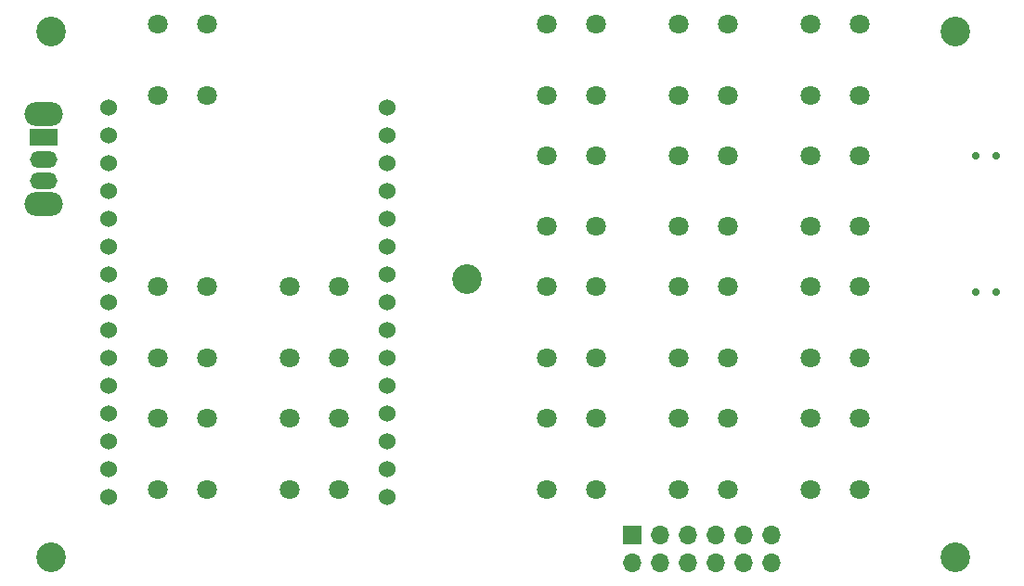
<source format=gbr>
%TF.GenerationSoftware,KiCad,Pcbnew,5.1.12-84ad8e8a86~92~ubuntu20.04.1*%
%TF.CreationDate,2022-04-21T21:58:34+02:00*%
%TF.ProjectId,bkm-15r-mini,626b6d2d-3135-4722-9d6d-696e692e6b69,rev?*%
%TF.SameCoordinates,Original*%
%TF.FileFunction,Soldermask,Bot*%
%TF.FilePolarity,Negative*%
%FSLAX46Y46*%
G04 Gerber Fmt 4.6, Leading zero omitted, Abs format (unit mm)*
G04 Created by KiCad (PCBNEW 5.1.12-84ad8e8a86~92~ubuntu20.04.1) date 2022-04-21 21:58:34*
%MOMM*%
%LPD*%
G01*
G04 APERTURE LIST*
%ADD10R,1.700000X1.700000*%
%ADD11O,1.700000X1.700000*%
%ADD12C,2.700000*%
%ADD13C,1.800000*%
%ADD14C,0.700000*%
%ADD15R,2.500000X1.500000*%
%ADD16O,2.500000X1.500000*%
%ADD17O,3.500000X2.200000*%
%ADD18C,1.524000*%
G04 APERTURE END LIST*
D10*
%TO.C,J301*%
X145500000Y-77000000D03*
D11*
X145500000Y-79540000D03*
X148040000Y-77000000D03*
X148040000Y-79540000D03*
X150580000Y-77000000D03*
X150580000Y-79540000D03*
X153120000Y-77000000D03*
X153120000Y-79540000D03*
X155660000Y-77000000D03*
X155660000Y-79540000D03*
X158200000Y-77000000D03*
X158200000Y-79540000D03*
%TD*%
D12*
%TO.C,H1*%
X92500000Y-31000000D03*
%TD*%
%TO.C,H2*%
X92500000Y-79000000D03*
%TD*%
%TO.C,H3*%
X175000000Y-31000000D03*
%TD*%
%TO.C,H4*%
X175000000Y-79000000D03*
%TD*%
D13*
%TO.C,SW101*%
X161750000Y-30350000D03*
X166250000Y-30350000D03*
X166250000Y-36850000D03*
X161750000Y-36850000D03*
%TD*%
%TO.C,SW102*%
X149750000Y-30350000D03*
X154250000Y-30350000D03*
X154250000Y-36850000D03*
X149750000Y-36850000D03*
%TD*%
%TO.C,SW103*%
X137750000Y-36850000D03*
X142250000Y-36850000D03*
X142250000Y-30350000D03*
X137750000Y-30350000D03*
%TD*%
%TO.C,SW104*%
X161750000Y-48850000D03*
X166250000Y-48850000D03*
X166250000Y-42350000D03*
X161750000Y-42350000D03*
%TD*%
%TO.C,SW105*%
X149750000Y-48850000D03*
X154250000Y-48850000D03*
X154250000Y-42350000D03*
X149750000Y-42350000D03*
%TD*%
%TO.C,SW106*%
X137750000Y-48850000D03*
X142250000Y-48850000D03*
X142250000Y-42350000D03*
X137750000Y-42350000D03*
%TD*%
%TO.C,SW107*%
X161750000Y-60850000D03*
X166250000Y-60850000D03*
X166250000Y-54350000D03*
X161750000Y-54350000D03*
%TD*%
%TO.C,SW108*%
X149750000Y-54350000D03*
X154250000Y-54350000D03*
X154250000Y-60850000D03*
X149750000Y-60850000D03*
%TD*%
%TO.C,SW109*%
X137750000Y-54350000D03*
X142250000Y-54350000D03*
X142250000Y-60850000D03*
X137750000Y-60850000D03*
%TD*%
%TO.C,SW110*%
X161750000Y-72850000D03*
X166250000Y-72850000D03*
X166250000Y-66350000D03*
X161750000Y-66350000D03*
%TD*%
%TO.C,SW111*%
X149750000Y-66350000D03*
X154250000Y-66350000D03*
X154250000Y-72850000D03*
X149750000Y-72850000D03*
%TD*%
%TO.C,SW112*%
X137750000Y-72850000D03*
X142250000Y-72850000D03*
X142250000Y-66350000D03*
X137750000Y-66350000D03*
%TD*%
%TO.C,SW201*%
X118750000Y-60850000D03*
X114250000Y-60850000D03*
X114250000Y-54350000D03*
X118750000Y-54350000D03*
%TD*%
%TO.C,SW202*%
X106750000Y-60850000D03*
X102250000Y-60850000D03*
X102250000Y-54350000D03*
X106750000Y-54350000D03*
%TD*%
%TO.C,SW203*%
X118750000Y-72850000D03*
X114250000Y-72850000D03*
X114250000Y-66350000D03*
X118750000Y-66350000D03*
%TD*%
%TO.C,SW204*%
X106750000Y-66350000D03*
X102250000Y-66350000D03*
X102250000Y-72850000D03*
X106750000Y-72850000D03*
%TD*%
%TO.C,SW205*%
X102250000Y-30350000D03*
X106750000Y-30350000D03*
X106750000Y-36850000D03*
X102250000Y-36850000D03*
%TD*%
D12*
%TO.C,H5*%
X130500000Y-53600000D03*
%TD*%
D14*
%TO.C,SW301*%
X178700000Y-42418000D03*
X176900000Y-42418000D03*
%TD*%
%TO.C,SW302*%
X176900000Y-54864000D03*
X178700000Y-54864000D03*
%TD*%
D15*
%TO.C,SW303*%
X91850000Y-40700000D03*
D16*
X91850000Y-42700000D03*
X91850000Y-44700000D03*
D17*
X91850000Y-38600000D03*
X91850000Y-46800000D03*
%TD*%
D18*
%TO.C,U301*%
X97800000Y-73560000D03*
X97800000Y-71020000D03*
X97800000Y-68480000D03*
X97800000Y-65940000D03*
X97800000Y-63400000D03*
X97800000Y-60860000D03*
X97800000Y-58320000D03*
X97800000Y-55780000D03*
X97800000Y-53240000D03*
X97800000Y-50700000D03*
X97800000Y-48160000D03*
X97800000Y-45620000D03*
X97800000Y-43080000D03*
X97800000Y-40540000D03*
X97800000Y-38000000D03*
X123200000Y-38000000D03*
X123200000Y-40540000D03*
X123200000Y-43080000D03*
X123200000Y-45620000D03*
X123200000Y-48160000D03*
X123200000Y-50700000D03*
X123200000Y-53240000D03*
X123200000Y-55780000D03*
X123200000Y-58320000D03*
X123200000Y-60860000D03*
X123200000Y-63400000D03*
X123200000Y-65940000D03*
X123200000Y-68480000D03*
X123200000Y-71020000D03*
X123200000Y-73560000D03*
%TD*%
M02*

</source>
